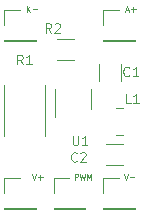
<source format=gto>
G04 #@! TF.GenerationSoftware,KiCad,Pcbnew,(5.1.10)-1*
G04 #@! TF.CreationDate,2023-08-30T00:20:36+03:00*
G04 #@! TF.ProjectId,mini_cc_drive,6d696e69-5f63-4635-9f64-726976652e6b,rev?*
G04 #@! TF.SameCoordinates,Original*
G04 #@! TF.FileFunction,Legend,Top*
G04 #@! TF.FilePolarity,Positive*
%FSLAX46Y46*%
G04 Gerber Fmt 4.6, Leading zero omitted, Abs format (unit mm)*
G04 Created by KiCad (PCBNEW (5.1.10)-1) date 2023-08-30 00:20:36*
%MOMM*%
%LPD*%
G01*
G04 APERTURE LIST*
%ADD10C,0.100000*%
%ADD11C,0.120000*%
%ADD12R,1.700000X1.700000*%
%ADD13R,0.650000X2.000000*%
G04 APERTURE END LIST*
D10*
X151697619Y-80871190D02*
X151697619Y-80371190D01*
X151888095Y-80371190D01*
X151935714Y-80395000D01*
X151959523Y-80418809D01*
X151983333Y-80466428D01*
X151983333Y-80537857D01*
X151959523Y-80585476D01*
X151935714Y-80609285D01*
X151888095Y-80633095D01*
X151697619Y-80633095D01*
X152150000Y-80371190D02*
X152269047Y-80871190D01*
X152364285Y-80514047D01*
X152459523Y-80871190D01*
X152578571Y-80371190D01*
X152769047Y-80871190D02*
X152769047Y-80371190D01*
X152935714Y-80728333D01*
X153102380Y-80371190D01*
X153102380Y-80871190D01*
X148113809Y-80371190D02*
X148280476Y-80871190D01*
X148447142Y-80371190D01*
X148613809Y-80680714D02*
X148994761Y-80680714D01*
X148804285Y-80871190D02*
X148804285Y-80490238D01*
X155860809Y-80371190D02*
X156027476Y-80871190D01*
X156194142Y-80371190D01*
X156360809Y-80680714D02*
X156741761Y-80680714D01*
X147641523Y-66647190D02*
X147641523Y-66147190D01*
X147927238Y-66647190D02*
X147712952Y-66361476D01*
X147927238Y-66147190D02*
X147641523Y-66432904D01*
X148141523Y-66456714D02*
X148522476Y-66456714D01*
X156035428Y-66504333D02*
X156273523Y-66504333D01*
X155987809Y-66647190D02*
X156154476Y-66147190D01*
X156321142Y-66647190D01*
X156487809Y-66456714D02*
X156868761Y-66456714D01*
X156678285Y-66647190D02*
X156678285Y-66266238D01*
D11*
X149927000Y-80712000D02*
X151257000Y-80712000D01*
X149927000Y-82042000D02*
X149927000Y-80712000D01*
X149927000Y-83312000D02*
X152587000Y-83312000D01*
X152587000Y-83312000D02*
X152587000Y-83372000D01*
X149927000Y-83312000D02*
X149927000Y-83372000D01*
X149927000Y-83372000D02*
X152587000Y-83372000D01*
X154118000Y-66488000D02*
X155448000Y-66488000D01*
X154118000Y-67818000D02*
X154118000Y-66488000D01*
X154118000Y-69088000D02*
X156778000Y-69088000D01*
X156778000Y-69088000D02*
X156778000Y-69148000D01*
X154118000Y-69088000D02*
X154118000Y-69148000D01*
X154118000Y-69148000D02*
X156778000Y-69148000D01*
X145736000Y-66488000D02*
X147066000Y-66488000D01*
X145736000Y-67818000D02*
X145736000Y-66488000D01*
X145736000Y-69088000D02*
X148396000Y-69088000D01*
X148396000Y-69088000D02*
X148396000Y-69148000D01*
X145736000Y-69088000D02*
X145736000Y-69148000D01*
X145736000Y-69148000D02*
X148396000Y-69148000D01*
X154118000Y-80712000D02*
X155448000Y-80712000D01*
X154118000Y-82042000D02*
X154118000Y-80712000D01*
X154118000Y-83312000D02*
X156778000Y-83312000D01*
X156778000Y-83312000D02*
X156778000Y-83372000D01*
X154118000Y-83312000D02*
X154118000Y-83372000D01*
X154118000Y-83372000D02*
X156778000Y-83372000D01*
X145736000Y-80712000D02*
X147066000Y-80712000D01*
X145736000Y-82042000D02*
X145736000Y-80712000D01*
X145736000Y-83312000D02*
X148396000Y-83312000D01*
X148396000Y-83312000D02*
X148396000Y-83372000D01*
X145736000Y-83312000D02*
X145736000Y-83372000D01*
X145736000Y-83372000D02*
X148396000Y-83372000D01*
X150210436Y-70760000D02*
X151664564Y-70760000D01*
X150210436Y-68940000D02*
X151664564Y-68940000D01*
X150062000Y-73161000D02*
X150062000Y-75591000D01*
X153132000Y-74921000D02*
X153132000Y-73161000D01*
X145737000Y-72838436D02*
X145737000Y-77192564D01*
X149157000Y-72838436D02*
X149157000Y-77192564D01*
X155245748Y-77056000D02*
X155768252Y-77056000D01*
X155245748Y-74836000D02*
X155768252Y-74836000D01*
X155778252Y-77830000D02*
X154355748Y-77830000D01*
X155778252Y-79650000D02*
X154355748Y-79650000D01*
X153776000Y-71121748D02*
X153776000Y-72544252D01*
X155596000Y-71121748D02*
X155596000Y-72544252D01*
X149726666Y-68433904D02*
X149460000Y-68052952D01*
X149269523Y-68433904D02*
X149269523Y-67633904D01*
X149574285Y-67633904D01*
X149650476Y-67672000D01*
X149688571Y-67710095D01*
X149726666Y-67786285D01*
X149726666Y-67900571D01*
X149688571Y-67976761D01*
X149650476Y-68014857D01*
X149574285Y-68052952D01*
X149269523Y-68052952D01*
X150031428Y-67710095D02*
X150069523Y-67672000D01*
X150145714Y-67633904D01*
X150336190Y-67633904D01*
X150412380Y-67672000D01*
X150450476Y-67710095D01*
X150488571Y-67786285D01*
X150488571Y-67862476D01*
X150450476Y-67976761D01*
X149993333Y-68433904D01*
X150488571Y-68433904D01*
X151536476Y-77158904D02*
X151536476Y-77806523D01*
X151574571Y-77882714D01*
X151612666Y-77920809D01*
X151688857Y-77958904D01*
X151841238Y-77958904D01*
X151917428Y-77920809D01*
X151955523Y-77882714D01*
X151993619Y-77806523D01*
X151993619Y-77158904D01*
X152793619Y-77958904D02*
X152336476Y-77958904D01*
X152565047Y-77958904D02*
X152565047Y-77158904D01*
X152488857Y-77273190D01*
X152412666Y-77349380D01*
X152336476Y-77387476D01*
X147313666Y-71100904D02*
X147047000Y-70719952D01*
X146856523Y-71100904D02*
X146856523Y-70300904D01*
X147161285Y-70300904D01*
X147237476Y-70339000D01*
X147275571Y-70377095D01*
X147313666Y-70453285D01*
X147313666Y-70567571D01*
X147275571Y-70643761D01*
X147237476Y-70681857D01*
X147161285Y-70719952D01*
X146856523Y-70719952D01*
X148075571Y-71100904D02*
X147618428Y-71100904D01*
X147847000Y-71100904D02*
X147847000Y-70300904D01*
X147770809Y-70415190D01*
X147694619Y-70491380D01*
X147618428Y-70529476D01*
X156457666Y-74402904D02*
X156076714Y-74402904D01*
X156076714Y-73602904D01*
X157143380Y-74402904D02*
X156686238Y-74402904D01*
X156914809Y-74402904D02*
X156914809Y-73602904D01*
X156838619Y-73717190D01*
X156762428Y-73793380D01*
X156686238Y-73831476D01*
X151885666Y-79279714D02*
X151847571Y-79317809D01*
X151733285Y-79355904D01*
X151657095Y-79355904D01*
X151542809Y-79317809D01*
X151466619Y-79241619D01*
X151428523Y-79165428D01*
X151390428Y-79013047D01*
X151390428Y-78898761D01*
X151428523Y-78746380D01*
X151466619Y-78670190D01*
X151542809Y-78594000D01*
X151657095Y-78555904D01*
X151733285Y-78555904D01*
X151847571Y-78594000D01*
X151885666Y-78632095D01*
X152190428Y-78632095D02*
X152228523Y-78594000D01*
X152304714Y-78555904D01*
X152495190Y-78555904D01*
X152571380Y-78594000D01*
X152609476Y-78632095D01*
X152647571Y-78708285D01*
X152647571Y-78784476D01*
X152609476Y-78898761D01*
X152152333Y-79355904D01*
X152647571Y-79355904D01*
X156330666Y-72040714D02*
X156292571Y-72078809D01*
X156178285Y-72116904D01*
X156102095Y-72116904D01*
X155987809Y-72078809D01*
X155911619Y-72002619D01*
X155873523Y-71926428D01*
X155835428Y-71774047D01*
X155835428Y-71659761D01*
X155873523Y-71507380D01*
X155911619Y-71431190D01*
X155987809Y-71355000D01*
X156102095Y-71316904D01*
X156178285Y-71316904D01*
X156292571Y-71355000D01*
X156330666Y-71393095D01*
X157092571Y-72116904D02*
X156635428Y-72116904D01*
X156864000Y-72116904D02*
X156864000Y-71316904D01*
X156787809Y-71431190D01*
X156711619Y-71507380D01*
X156635428Y-71545476D01*
%LPC*%
D12*
X151257000Y-82042000D03*
X155448000Y-67818000D03*
X147066000Y-67818000D03*
X155448000Y-82042000D03*
X147066000Y-82042000D03*
G36*
G01*
X151837500Y-70475002D02*
X151837500Y-69224998D01*
G75*
G02*
X152087498Y-68975000I249998J0D01*
G01*
X152712502Y-68975000D01*
G75*
G02*
X152962500Y-69224998I0J-249998D01*
G01*
X152962500Y-70475002D01*
G75*
G02*
X152712502Y-70725000I-249998J0D01*
G01*
X152087498Y-70725000D01*
G75*
G02*
X151837500Y-70475002I0J249998D01*
G01*
G37*
G36*
G01*
X148912500Y-70475002D02*
X148912500Y-69224998D01*
G75*
G02*
X149162498Y-68975000I249998J0D01*
G01*
X149787502Y-68975000D01*
G75*
G02*
X150037500Y-69224998I0J-249998D01*
G01*
X150037500Y-70475002D01*
G75*
G02*
X149787502Y-70725000I-249998J0D01*
G01*
X149162498Y-70725000D01*
G75*
G02*
X148912500Y-70475002I0J249998D01*
G01*
G37*
D13*
X150622000Y-72331000D03*
X152522000Y-72331000D03*
X152522000Y-75751000D03*
X151572000Y-75751000D03*
X150622000Y-75751000D03*
G36*
G01*
X146021999Y-77365500D02*
X148872001Y-77365500D01*
G75*
G02*
X149122000Y-77615499I0J-249999D01*
G01*
X149122000Y-78340501D01*
G75*
G02*
X148872001Y-78590500I-249999J0D01*
G01*
X146021999Y-78590500D01*
G75*
G02*
X145772000Y-78340501I0J249999D01*
G01*
X145772000Y-77615499D01*
G75*
G02*
X146021999Y-77365500I249999J0D01*
G01*
G37*
G36*
G01*
X146021999Y-71440500D02*
X148872001Y-71440500D01*
G75*
G02*
X149122000Y-71690499I0J-249999D01*
G01*
X149122000Y-72415501D01*
G75*
G02*
X148872001Y-72665500I-249999J0D01*
G01*
X146021999Y-72665500D01*
G75*
G02*
X145772000Y-72415501I0J249999D01*
G01*
X145772000Y-71690499D01*
G75*
G02*
X146021999Y-71440500I249999J0D01*
G01*
G37*
G36*
G01*
X155957000Y-76796000D02*
X155957000Y-75096000D01*
G75*
G02*
X156207000Y-74846000I250000J0D01*
G01*
X156957000Y-74846000D01*
G75*
G02*
X157207000Y-75096000I0J-250000D01*
G01*
X157207000Y-76796000D01*
G75*
G02*
X156957000Y-77046000I-250000J0D01*
G01*
X156207000Y-77046000D01*
G75*
G02*
X155957000Y-76796000I0J250000D01*
G01*
G37*
G36*
G01*
X153807000Y-76796000D02*
X153807000Y-75096000D01*
G75*
G02*
X154057000Y-74846000I250000J0D01*
G01*
X154807000Y-74846000D01*
G75*
G02*
X155057000Y-75096000I0J-250000D01*
G01*
X155057000Y-76796000D01*
G75*
G02*
X154807000Y-77046000I-250000J0D01*
G01*
X154057000Y-77046000D01*
G75*
G02*
X153807000Y-76796000I0J250000D01*
G01*
G37*
G36*
G01*
X154167000Y-78089999D02*
X154167000Y-79390001D01*
G75*
G02*
X153917001Y-79640000I-249999J0D01*
G01*
X153266999Y-79640000D01*
G75*
G02*
X153017000Y-79390001I0J249999D01*
G01*
X153017000Y-78089999D01*
G75*
G02*
X153266999Y-77840000I249999J0D01*
G01*
X153917001Y-77840000D01*
G75*
G02*
X154167000Y-78089999I0J-249999D01*
G01*
G37*
G36*
G01*
X157117000Y-78089999D02*
X157117000Y-79390001D01*
G75*
G02*
X156867001Y-79640000I-249999J0D01*
G01*
X156216999Y-79640000D01*
G75*
G02*
X155967000Y-79390001I0J249999D01*
G01*
X155967000Y-78089999D01*
G75*
G02*
X156216999Y-77840000I249999J0D01*
G01*
X156867001Y-77840000D01*
G75*
G02*
X157117000Y-78089999I0J-249999D01*
G01*
G37*
G36*
G01*
X154035999Y-72733000D02*
X155336001Y-72733000D01*
G75*
G02*
X155586000Y-72982999I0J-249999D01*
G01*
X155586000Y-73633001D01*
G75*
G02*
X155336001Y-73883000I-249999J0D01*
G01*
X154035999Y-73883000D01*
G75*
G02*
X153786000Y-73633001I0J249999D01*
G01*
X153786000Y-72982999D01*
G75*
G02*
X154035999Y-72733000I249999J0D01*
G01*
G37*
G36*
G01*
X154035999Y-69783000D02*
X155336001Y-69783000D01*
G75*
G02*
X155586000Y-70032999I0J-249999D01*
G01*
X155586000Y-70683001D01*
G75*
G02*
X155336001Y-70933000I-249999J0D01*
G01*
X154035999Y-70933000D01*
G75*
G02*
X153786000Y-70683001I0J249999D01*
G01*
X153786000Y-70032999D01*
G75*
G02*
X154035999Y-69783000I249999J0D01*
G01*
G37*
M02*

</source>
